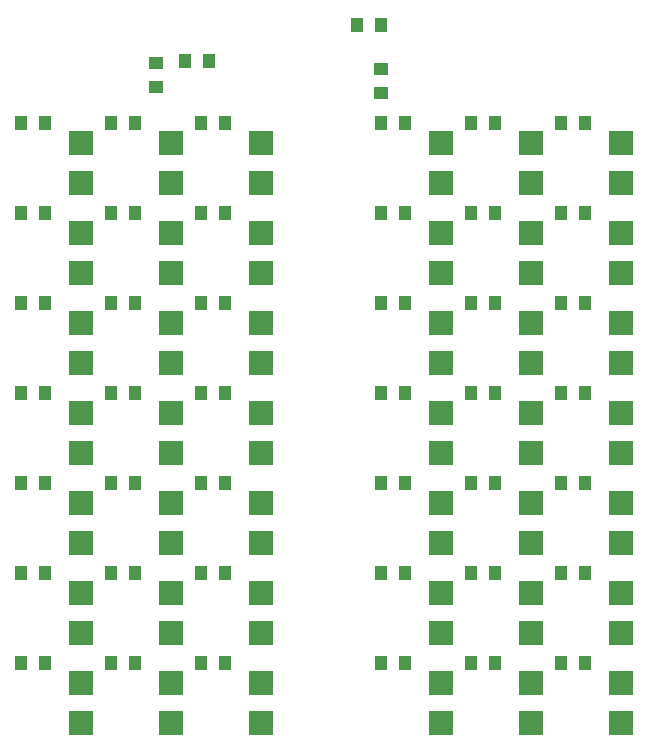
<source format=gtp>
%FSLAX43Y43*%
%MOMM*%
G71*
G01*
G75*
G04 Layer_Color=8421504*
%ADD10R,1.016X1.270*%
%ADD11R,1.270X1.016*%
%ADD12R,2.032X2.032*%
%ADD13C,0.800*%
%ADD14C,0.254*%
%ADD15C,5.000*%
%ADD16C,1.778*%
%ADD17C,3.048*%
%ADD18R,3.048X3.048*%
%ADD19C,1.800*%
%ADD20C,1.270*%
%ADD21R,2.032X2.032*%
%ADD22C,0.051*%
%ADD23C,0.203*%
%ADD24C,0.305*%
G54D10*
X87552Y87040D02*
D03*
X85520D02*
D03*
X71000Y84000D02*
D03*
X73032D02*
D03*
X66802Y33020D02*
D03*
X64770D02*
D03*
X89662D02*
D03*
X87630D02*
D03*
X97282D02*
D03*
X95250D02*
D03*
X104902D02*
D03*
X102870D02*
D03*
X66802Y40640D02*
D03*
X64770D02*
D03*
X74422D02*
D03*
X72390D02*
D03*
X89662D02*
D03*
X87630D02*
D03*
X97282D02*
D03*
X95250D02*
D03*
X104902D02*
D03*
X102870D02*
D03*
X89662Y48260D02*
D03*
X87630D02*
D03*
X97282D02*
D03*
X95250D02*
D03*
X104902D02*
D03*
X102870D02*
D03*
X66802Y55880D02*
D03*
X64770D02*
D03*
X74422D02*
D03*
X72390D02*
D03*
X89662D02*
D03*
X87630D02*
D03*
X97282D02*
D03*
X95250D02*
D03*
X104902D02*
D03*
X102870D02*
D03*
X74422Y63500D02*
D03*
X72390D02*
D03*
X89662D02*
D03*
X87630D02*
D03*
X97282D02*
D03*
X95250D02*
D03*
X104902D02*
D03*
X102870D02*
D03*
X74422Y71120D02*
D03*
X72390D02*
D03*
X89662D02*
D03*
X87630D02*
D03*
X97282D02*
D03*
X95250D02*
D03*
X104902D02*
D03*
X102870D02*
D03*
X74422Y78740D02*
D03*
X72390D02*
D03*
X89662D02*
D03*
X87630D02*
D03*
X97282D02*
D03*
X95250D02*
D03*
X59182Y71120D02*
D03*
X57150D02*
D03*
X59182Y78740D02*
D03*
X57150D02*
D03*
X59182Y63500D02*
D03*
X57150D02*
D03*
X59182Y48260D02*
D03*
X57150D02*
D03*
X59182Y40640D02*
D03*
X57150D02*
D03*
X59182Y55880D02*
D03*
X57150D02*
D03*
X59182Y33020D02*
D03*
X57150D02*
D03*
X66802Y78740D02*
D03*
X64770D02*
D03*
X66802Y71120D02*
D03*
X64770D02*
D03*
X66802Y63500D02*
D03*
X64770D02*
D03*
X66802Y48260D02*
D03*
X64770D02*
D03*
X74422D02*
D03*
X72390D02*
D03*
X74422Y33020D02*
D03*
X72390D02*
D03*
X104902Y78740D02*
D03*
X102870D02*
D03*
G54D11*
X68580Y83820D02*
D03*
Y81788D02*
D03*
X87630Y83312D02*
D03*
Y81280D02*
D03*
G54D12*
X107950Y58420D02*
D03*
Y61849D02*
D03*
X62230Y58420D02*
D03*
Y61849D02*
D03*
Y66040D02*
D03*
Y69469D02*
D03*
Y73660D02*
D03*
Y77089D02*
D03*
Y50800D02*
D03*
Y54229D02*
D03*
Y27940D02*
D03*
Y31369D02*
D03*
Y35560D02*
D03*
Y38989D02*
D03*
Y43180D02*
D03*
Y46609D02*
D03*
X69850Y73660D02*
D03*
Y77089D02*
D03*
Y66040D02*
D03*
Y69469D02*
D03*
Y58420D02*
D03*
Y61849D02*
D03*
Y50800D02*
D03*
Y54229D02*
D03*
Y27940D02*
D03*
Y31369D02*
D03*
Y35560D02*
D03*
Y38989D02*
D03*
Y43180D02*
D03*
Y46609D02*
D03*
X77470Y73660D02*
D03*
Y77089D02*
D03*
Y66040D02*
D03*
Y69469D02*
D03*
Y58420D02*
D03*
Y61849D02*
D03*
Y50800D02*
D03*
Y54229D02*
D03*
Y35560D02*
D03*
Y38989D02*
D03*
Y43180D02*
D03*
Y46609D02*
D03*
Y27940D02*
D03*
Y31369D02*
D03*
X92710Y73660D02*
D03*
Y77089D02*
D03*
Y58420D02*
D03*
Y61849D02*
D03*
Y50800D02*
D03*
Y54229D02*
D03*
X107950Y66040D02*
D03*
Y69469D02*
D03*
X100330Y58420D02*
D03*
Y61849D02*
D03*
X107950Y50800D02*
D03*
Y54229D02*
D03*
Y27940D02*
D03*
Y31369D02*
D03*
X92710Y27940D02*
D03*
Y31369D02*
D03*
Y43180D02*
D03*
Y46609D02*
D03*
Y35560D02*
D03*
Y38989D02*
D03*
Y66040D02*
D03*
Y69469D02*
D03*
X100330Y73660D02*
D03*
Y77089D02*
D03*
Y66040D02*
D03*
Y69469D02*
D03*
Y50800D02*
D03*
Y54229D02*
D03*
Y43180D02*
D03*
Y46609D02*
D03*
Y35560D02*
D03*
Y38989D02*
D03*
Y27940D02*
D03*
Y31369D02*
D03*
X107950Y73660D02*
D03*
Y77089D02*
D03*
Y43180D02*
D03*
Y46609D02*
D03*
Y35560D02*
D03*
Y38989D02*
D03*
M02*

</source>
